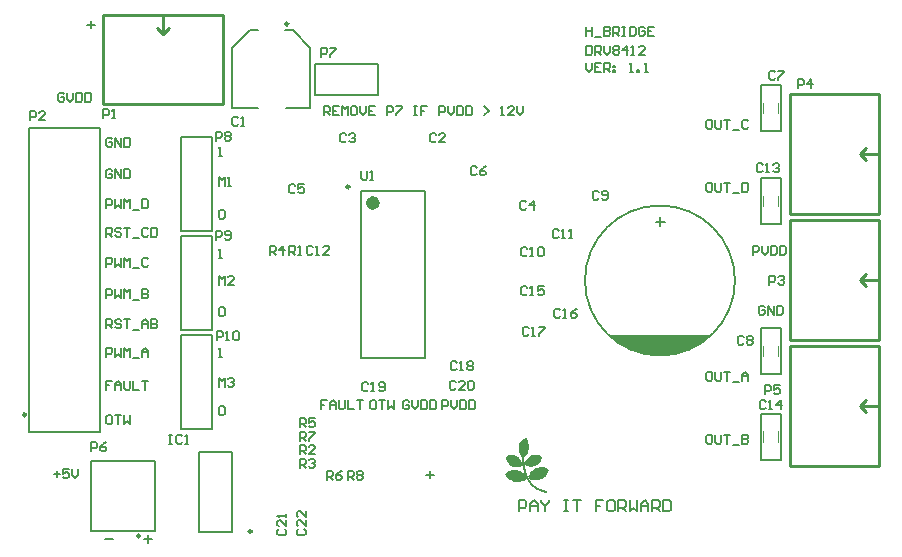
<source format=gto>
G04*
G04 #@! TF.GenerationSoftware,Altium Limited,Altium Designer,20.2.7 (254)*
G04*
G04 Layer_Color=65535*
%FSLAX24Y24*%
%MOIN*%
G70*
G04*
G04 #@! TF.SameCoordinates,5986AE49-7A84-4E6F-8F63-06B94A686D52*
G04*
G04*
G04 #@! TF.FilePolarity,Positive*
G04*
G01*
G75*
%ADD10C,0.0070*%
%ADD11C,0.0098*%
%ADD12C,0.0236*%
%ADD13R,0.0100X0.0100*%
%ADD14C,0.0079*%
%ADD15C,0.0050*%
%ADD16C,0.0040*%
%ADD17C,0.0100*%
%ADD18C,0.0079*%
G36*
X42606Y25865D02*
X42146Y25665D01*
X41786Y25595D01*
X41446Y25575D01*
X41156Y25585D01*
X40546Y25735D01*
X40206Y25895D01*
X39936Y26065D01*
X39956Y26075D01*
X39696Y26265D01*
X43186D01*
X42606Y25865D01*
D02*
G37*
G36*
X36530Y22272D02*
X36531Y22273D01*
X36531Y22273D01*
X36531Y22274D01*
X36533Y22274D01*
X36535Y22274D01*
X36589Y22265D01*
X36589Y22264D01*
X36590Y22264D01*
X36672Y22233D01*
X36673Y22232D01*
X36673Y22232D01*
X36718Y22204D01*
X36718Y22204D01*
X36718Y22204D01*
X36753Y22175D01*
X36753Y22174D01*
X36754Y22174D01*
X36811Y22085D01*
X36811Y22084D01*
X36811Y22084D01*
X36856Y21983D01*
X36856Y21982D01*
X36856Y21981D01*
Y21914D01*
X36856Y21914D01*
X36856Y21913D01*
X36855Y21912D01*
X36855Y21911D01*
X36854Y21910D01*
X36853Y21910D01*
X36819Y21891D01*
X36818Y21891D01*
X36818Y21890D01*
X36780Y21874D01*
X36779Y21874D01*
X36779Y21874D01*
X36734Y21868D01*
X36734Y21868D01*
X36734Y21868D01*
X36680Y21861D01*
X36680Y21861D01*
X36680Y21861D01*
X36572D01*
X36571Y21862D01*
X36570Y21862D01*
X36532Y21874D01*
X36532Y21874D01*
X36531Y21875D01*
X36471Y21906D01*
X36471Y21907D01*
X36470Y21907D01*
X36401Y21974D01*
X36400Y21974D01*
X36400Y21975D01*
X36374Y22016D01*
X36374Y22016D01*
X36374Y22016D01*
X36355Y22048D01*
X36355Y22048D01*
X36355Y22048D01*
X36320Y22131D01*
X36320Y22131D01*
X36320Y22131D01*
X36301Y22185D01*
X36301Y22186D01*
X36301Y22187D01*
X36301Y22188D01*
X36301Y22189D01*
X36302Y22190D01*
X36303Y22191D01*
X36360Y22235D01*
X36361Y22236D01*
X36361Y22236D01*
X36409Y22252D01*
X36409Y22252D01*
X36409Y22252D01*
X36460Y22268D01*
X36460Y22268D01*
X36461Y22268D01*
X36508Y22274D01*
X36509Y22274D01*
X36509Y22274D01*
X36530Y22272D01*
D02*
G37*
G36*
X37361Y22268D02*
X37362Y22268D01*
X37425Y22252D01*
X37426Y22252D01*
X37426Y22252D01*
X37474Y22230D01*
X37474Y22230D01*
X37474Y22230D01*
X37495Y22219D01*
X37527Y22203D01*
X37528Y22202D01*
X37529Y22201D01*
X37529Y22200D01*
X37529Y22200D01*
X37529Y22199D01*
X37530Y22199D01*
X37530Y22198D01*
X37530Y22198D01*
X37530Y22196D01*
X37531Y22195D01*
X37518Y22147D01*
X37518Y22147D01*
Y22147D01*
X37495Y22093D01*
X37495Y22092D01*
X37495Y22092D01*
X37467Y22047D01*
X37466Y22047D01*
X37466Y22047D01*
X37422Y21990D01*
X37421Y21990D01*
X37421Y21989D01*
X37364Y21939D01*
X37364Y21938D01*
X37363Y21938D01*
X37287Y21900D01*
X37287Y21900D01*
X37287Y21900D01*
X37236Y21881D01*
X37235Y21881D01*
X37234Y21880D01*
X37141Y21873D01*
X37141Y21873D01*
X37141Y21873D01*
X37103D01*
X37102Y21873D01*
X37102Y21873D01*
X37055Y21883D01*
X37055Y21883D01*
X37054Y21883D01*
X37013Y21892D01*
X37013Y21892D01*
X37013Y21892D01*
X36960Y21908D01*
X36938Y21911D01*
X36937Y21912D01*
X36935Y21912D01*
X36920Y21921D01*
X36920Y21922D01*
X36919Y21922D01*
X36918Y21923D01*
X36917Y21925D01*
X36917Y21925D01*
X36917Y21925D01*
X36911Y21982D01*
X36911Y21983D01*
X36911Y21983D01*
X36911Y21984D01*
X36912Y21986D01*
X36931Y22017D01*
X36931Y22018D01*
X36931Y22018D01*
X36953Y22049D01*
X36969Y22075D01*
X36969Y22075D01*
X36969Y22075D01*
X36988Y22097D01*
X37004Y22119D01*
X37004Y22120D01*
X37005Y22120D01*
X37023Y22135D01*
X37035Y22151D01*
X37036Y22151D01*
X37036Y22152D01*
X37065Y22174D01*
X37065Y22174D01*
X37065Y22174D01*
X37126Y22213D01*
X37127Y22213D01*
X37127Y22213D01*
X37184Y22242D01*
X37184Y22242D01*
X37185Y22243D01*
X37239Y22258D01*
X37239Y22258D01*
X37239Y22258D01*
X37299Y22268D01*
X37300Y22268D01*
X37300Y22268D01*
X37361D01*
X37361Y22268D01*
D02*
G37*
G36*
X36978Y22866D02*
X36979Y22866D01*
X36980Y22865D01*
X36982Y22864D01*
D01*
X36982Y22864D01*
X36982Y22864D01*
X37004Y22826D01*
X37004Y22825D01*
X37005Y22825D01*
X37017Y22797D01*
X37039Y22753D01*
X37039Y22752D01*
X37039Y22752D01*
X37058Y22695D01*
Y22695D01*
D01*
X37058Y22695D01*
X37059Y22695D01*
X37081Y22606D01*
X37081Y22606D01*
X37081Y22605D01*
Y22513D01*
X37081Y22512D01*
X37081Y22512D01*
X37075Y22446D01*
X37075Y22446D01*
X37075Y22445D01*
X37075Y22445D01*
X37056Y22372D01*
D01*
X37055Y22372D01*
X37055Y22371D01*
X37033Y22320D01*
X37032Y22320D01*
X37032Y22319D01*
X37015Y22298D01*
X37000Y22281D01*
X37000Y22281D01*
X37000Y22281D01*
X36883Y22142D01*
X36883Y22142D01*
X36883Y22142D01*
X36883Y22141D01*
X36883Y22141D01*
X36881Y22141D01*
X36880Y22140D01*
X36880Y22140D01*
X36879Y22140D01*
X36879Y22140D01*
X36879Y22140D01*
X36878Y22141D01*
X36876Y22141D01*
X36876Y22141D01*
X36876Y22142D01*
X36875Y22142D01*
X36875Y22142D01*
X36847Y22173D01*
X36846Y22174D01*
X36846Y22174D01*
X36818Y22222D01*
X36818Y22222D01*
X36818Y22222D01*
X36786Y22282D01*
X36786Y22282D01*
X36786Y22283D01*
X36757Y22349D01*
X36757Y22350D01*
X36757Y22350D01*
X36738Y22435D01*
X36738Y22436D01*
X36738Y22437D01*
D01*
X36741Y22523D01*
X36741Y22523D01*
X36741Y22524D01*
X36763Y22609D01*
X36763Y22609D01*
X36763Y22610D01*
X36789Y22676D01*
X36789Y22677D01*
X36789Y22677D01*
X36824Y22728D01*
X36824Y22728D01*
X36825Y22729D01*
X36866Y22776D01*
X36866Y22776D01*
X36866Y22777D01*
X36898Y22802D01*
X36933Y22833D01*
D01*
X36933Y22833D01*
X36933Y22834D01*
X36974Y22865D01*
D01*
X36974Y22865D01*
X36975Y22866D01*
D01*
X36976Y22866D01*
X36978Y22866D01*
X36978Y22866D01*
D02*
G37*
G36*
X37512Y21852D02*
X37512Y21852D01*
X37578Y21849D01*
X37581D01*
X37582Y21849D01*
X37583Y21849D01*
X37634Y21833D01*
X37634Y21833D01*
X37634Y21833D01*
X37681Y21814D01*
X37682Y21813D01*
X37683Y21813D01*
X37733Y21772D01*
X37734Y21771D01*
X37735Y21770D01*
X37735Y21769D01*
X37735Y21768D01*
X37735Y21767D01*
X37735Y21766D01*
X37716Y21700D01*
X37716Y21699D01*
X37716Y21699D01*
X37697Y21658D01*
X37697Y21658D01*
X37697Y21657D01*
X37671Y21613D01*
X37671Y21613D01*
X37671Y21613D01*
X37646Y21575D01*
X37646Y21575D01*
X37646Y21574D01*
X37617Y21539D01*
X37617Y21539D01*
X37617Y21539D01*
X37588Y21513D01*
X37588Y21513D01*
X37587Y21513D01*
X37524Y21469D01*
X37524Y21469D01*
X37524Y21468D01*
X37479Y21443D01*
X37479Y21443D01*
X37478Y21443D01*
X37415Y21421D01*
X37415Y21421D01*
X37414Y21420D01*
X37364Y21411D01*
X37363Y21411D01*
X37363Y21411D01*
X37296D01*
X37296Y21411D01*
X37296Y21411D01*
X37153Y21430D01*
X37152Y21430D01*
X37151Y21430D01*
X37075Y21465D01*
X37074Y21466D01*
X37073Y21467D01*
X37073Y21468D01*
X37073Y21468D01*
X37073Y21470D01*
X37072Y21471D01*
X37075Y21488D01*
X37041Y21550D01*
X37041Y21551D01*
X37041Y21551D01*
X37041Y21552D01*
X37041Y21552D01*
X37041Y21553D01*
X37041Y21554D01*
X37041Y21555D01*
X37042Y21556D01*
X37099Y21635D01*
X37099Y21635D01*
X37099Y21635D01*
X37159Y21708D01*
X37160Y21708D01*
X37160Y21708D01*
X37191Y21737D01*
X37192Y21737D01*
X37192Y21737D01*
X37224Y21759D01*
X37224Y21759D01*
X37224Y21760D01*
X37259Y21779D01*
X37316Y21813D01*
X37316Y21813D01*
X37316Y21814D01*
X37383Y21839D01*
X37384Y21839D01*
X37384Y21839D01*
X37450Y21852D01*
X37451Y21852D01*
X37451Y21852D01*
X37512D01*
X37512Y21852D01*
D02*
G37*
G36*
X36647Y21754D02*
X36648Y21754D01*
X36648Y21754D01*
X36708Y21744D01*
X36709Y21744D01*
X36709Y21744D01*
X36747Y21731D01*
X36747Y21731D01*
X36747Y21731D01*
X36801Y21709D01*
X36801Y21709D01*
X36801Y21709D01*
X36849Y21687D01*
X36849Y21687D01*
X36849Y21687D01*
X36882Y21667D01*
X36882Y21667D01*
X36884Y21668D01*
X36884Y21668D01*
X36884Y21668D01*
X36886Y21668D01*
X36888Y21668D01*
X36941Y21633D01*
X36942Y21631D01*
X36944Y21630D01*
X36944Y21630D01*
X36944Y21629D01*
X36943Y21628D01*
X36943Y21626D01*
X36943Y21626D01*
X36943Y21625D01*
X36941Y21624D01*
X36940Y21623D01*
X36940Y21623D01*
X36939Y21623D01*
X36938Y21623D01*
X36936Y21624D01*
X36936Y21624D01*
X36955Y21600D01*
X36955Y21600D01*
X36955Y21600D01*
X36956Y21598D01*
X36956Y21596D01*
X36956Y21596D01*
X36956Y21596D01*
X36954Y21580D01*
X36980Y21553D01*
X36981Y21552D01*
X36981Y21551D01*
X37019Y21459D01*
X37019Y21458D01*
X37020Y21457D01*
X37019Y21457D01*
X37019Y21456D01*
X37019Y21455D01*
Y21455D01*
X37019Y21455D01*
X37018Y21454D01*
X37017Y21453D01*
X37017Y21452D01*
X36915Y21402D01*
X36915Y21402D01*
X36915Y21402D01*
X36851Y21379D01*
X36851Y21379D01*
X36851Y21379D01*
X36788Y21360D01*
X36787Y21360D01*
X36787Y21360D01*
X36724Y21354D01*
X36723Y21354D01*
X36723Y21354D01*
X36634Y21357D01*
X36634Y21357D01*
X36633Y21357D01*
X36586Y21366D01*
X36586Y21367D01*
X36585Y21367D01*
X36537Y21386D01*
X36537Y21386D01*
X36537Y21386D01*
X36486Y21408D01*
X36486Y21408D01*
X36486Y21408D01*
X36432Y21440D01*
X36432Y21441D01*
X36431Y21441D01*
X36419Y21453D01*
X36409Y21455D01*
X36407Y21456D01*
X36405Y21457D01*
X36377Y21492D01*
X36352Y21520D01*
X36352Y21520D01*
X36351Y21520D01*
X36326Y21552D01*
X36326Y21552D01*
X36326Y21553D01*
X36310Y21581D01*
X36310Y21582D01*
X36310Y21582D01*
X36294Y21616D01*
X36294Y21618D01*
X36293Y21619D01*
X36294Y21620D01*
X36294Y21621D01*
X36294Y21621D01*
X36295Y21623D01*
X36355Y21680D01*
X36356Y21680D01*
X36356Y21680D01*
X36397Y21712D01*
X36397Y21712D01*
X36398Y21712D01*
X36430Y21725D01*
X36452Y21735D01*
X36452Y21735D01*
X36452Y21735D01*
X36490Y21747D01*
X36491Y21747D01*
X36491Y21748D01*
X36529Y21754D01*
X36529Y21754D01*
X36530Y21754D01*
X36574Y21757D01*
X36574Y21757D01*
X36575Y21757D01*
X36647Y21754D01*
D02*
G37*
D10*
X43946Y28075D02*
G03*
X43946Y28075I-2500J0D01*
G01*
X41306Y30025D02*
X41616D01*
X41456Y29885D02*
Y30175D01*
X36746Y20375D02*
Y20750D01*
X36933D01*
X36996Y20687D01*
Y20562D01*
X36933Y20500D01*
X36746D01*
X37121Y20375D02*
Y20625D01*
X37246Y20750D01*
X37370Y20625D01*
Y20375D01*
Y20562D01*
X37121D01*
X37495Y20750D02*
Y20687D01*
X37620Y20562D01*
X37745Y20687D01*
Y20750D01*
X37620Y20562D02*
Y20375D01*
X38245Y20750D02*
X38370D01*
X38308D01*
Y20375D01*
X38245D01*
X38370D01*
X38558Y20750D02*
X38807D01*
X38683D01*
Y20375D01*
X39557Y20750D02*
X39307D01*
Y20562D01*
X39432D01*
X39307D01*
Y20375D01*
X39870Y20750D02*
X39745D01*
X39682Y20687D01*
Y20437D01*
X39745Y20375D01*
X39870D01*
X39932Y20437D01*
Y20687D01*
X39870Y20750D01*
X40057Y20375D02*
Y20750D01*
X40245D01*
X40307Y20687D01*
Y20562D01*
X40245Y20500D01*
X40057D01*
X40182D02*
X40307Y20375D01*
X40432Y20750D02*
Y20375D01*
X40557Y20500D01*
X40682Y20375D01*
Y20750D01*
X40807Y20375D02*
Y20625D01*
X40932Y20750D01*
X41057Y20625D01*
Y20375D01*
Y20562D01*
X40807D01*
X41182Y20375D02*
Y20750D01*
X41369D01*
X41432Y20687D01*
Y20562D01*
X41369Y20500D01*
X41182D01*
X41307D02*
X41432Y20375D01*
X41557Y20750D02*
Y20375D01*
X41744D01*
X41807Y20437D01*
Y20687D01*
X41744Y20750D01*
X41557D01*
D11*
X29057Y36631D02*
G03*
X29057Y36631I-49J0D01*
G01*
X31099Y31195D02*
G03*
X31099Y31195I-49J0D01*
G01*
X20311Y23600D02*
G03*
X20311Y23600I-49J0D01*
G01*
X27837Y19706D02*
G03*
X27837Y19706I-49J0D01*
G01*
X24113Y19562D02*
G03*
X24113Y19562I-49J0D01*
G01*
D12*
X31995Y30657D02*
G03*
X31995Y30657I-118J0D01*
G01*
D13*
X37646Y21025D02*
D03*
D14*
X25470Y23141D02*
X26530D01*
Y26259D01*
X25470D02*
X26530D01*
X25470Y23141D02*
Y26259D01*
Y26441D02*
X26530D01*
Y29559D01*
X25470D02*
X26530D01*
X25470Y26441D02*
Y29559D01*
Y29741D02*
X26530D01*
Y32859D01*
X25470D02*
X26530D01*
X25470Y29741D02*
Y32859D01*
X32055Y34245D02*
Y35305D01*
X29937D02*
X32055D01*
X29937Y34245D02*
Y35305D01*
Y34245D02*
X32055D01*
X27196Y35834D02*
X27787Y36424D01*
X29204D02*
X29795Y35834D01*
X28988Y33826D02*
X29795D01*
X27196D02*
X28043D01*
X29795D02*
Y35834D01*
X27196Y33826D02*
Y35834D01*
X28948Y36424D02*
X29204D01*
X27787D02*
X28043D01*
X31483Y25499D02*
X33609D01*
X31483Y31051D02*
X33609D01*
Y25499D02*
Y31051D01*
X31483Y25499D02*
Y31051D01*
X20429Y23033D02*
Y33167D01*
Y23033D02*
X22771D01*
Y33167D01*
X20429D02*
X22771D01*
X27197Y19706D02*
Y22344D01*
X26094Y19706D02*
Y22344D01*
Y19706D02*
X27197D01*
X26094Y22344D02*
X27197D01*
X22497Y19729D02*
Y22071D01*
X24630D01*
Y19729D02*
Y22071D01*
X22497Y19729D02*
X24630D01*
D15*
X44816Y29955D02*
X45486D01*
X44816D02*
Y31485D01*
X45486D01*
Y29955D02*
Y31485D01*
X44816Y33055D02*
X45486D01*
X44816D02*
Y34585D01*
X45486D01*
Y33055D02*
Y34585D01*
X44816Y24955D02*
X45486D01*
X44816D02*
Y26485D01*
X45486D01*
Y24955D02*
Y26485D01*
X44816Y22105D02*
X45486D01*
X44816D02*
Y23635D01*
X45486D01*
Y22105D02*
Y23635D01*
X23146Y23575D02*
X23046D01*
X22996Y23525D01*
Y23325D01*
X23046Y23275D01*
X23146D01*
X23196Y23325D01*
Y23525D01*
X23146Y23575D01*
X23296D02*
X23496D01*
X23396D01*
Y23275D01*
X23595Y23575D02*
Y23275D01*
X23695Y23375D01*
X23795Y23275D01*
Y23575D01*
X21246Y21625D02*
X21446D01*
X21346Y21725D02*
Y21525D01*
X21746Y21775D02*
X21546D01*
Y21625D01*
X21646Y21675D01*
X21696D01*
X21746Y21625D01*
Y21525D01*
X21696Y21475D01*
X21596D01*
X21546Y21525D01*
X21845Y21775D02*
Y21575D01*
X21945Y21475D01*
X22045Y21575D01*
Y21775D01*
X43146Y33425D02*
X43046D01*
X42996Y33375D01*
Y33175D01*
X43046Y33125D01*
X43146D01*
X43196Y33175D01*
Y33375D01*
X43146Y33425D01*
X43296D02*
Y33175D01*
X43346Y33125D01*
X43446D01*
X43496Y33175D01*
Y33425D01*
X43595D02*
X43795D01*
X43695D01*
Y33125D01*
X43895Y33075D02*
X44095D01*
X44395Y33375D02*
X44345Y33425D01*
X44245D01*
X44195Y33375D01*
Y33175D01*
X44245Y33125D01*
X44345D01*
X44395Y33175D01*
X43146Y31325D02*
X43046D01*
X42996Y31275D01*
Y31075D01*
X43046Y31025D01*
X43146D01*
X43196Y31075D01*
Y31275D01*
X43146Y31325D01*
X43296D02*
Y31075D01*
X43346Y31025D01*
X43446D01*
X43496Y31075D01*
Y31325D01*
X43595D02*
X43795D01*
X43695D01*
Y31025D01*
X43895Y30975D02*
X44095D01*
X44195Y31325D02*
Y31025D01*
X44345D01*
X44395Y31075D01*
Y31275D01*
X44345Y31325D01*
X44195D01*
X43146Y22925D02*
X43046D01*
X42996Y22875D01*
Y22675D01*
X43046Y22625D01*
X43146D01*
X43196Y22675D01*
Y22875D01*
X43146Y22925D01*
X43296D02*
Y22675D01*
X43346Y22625D01*
X43446D01*
X43496Y22675D01*
Y22925D01*
X43595D02*
X43795D01*
X43695D01*
Y22625D01*
X43895Y22575D02*
X44095D01*
X44195Y22925D02*
Y22625D01*
X44345D01*
X44395Y22675D01*
Y22725D01*
X44345Y22775D01*
X44195D01*
X44345D01*
X44395Y22825D01*
Y22875D01*
X44345Y22925D01*
X44195D01*
X43146Y25025D02*
X43046D01*
X42996Y24975D01*
Y24775D01*
X43046Y24725D01*
X43146D01*
X43196Y24775D01*
Y24975D01*
X43146Y25025D01*
X43296D02*
Y24775D01*
X43346Y24725D01*
X43446D01*
X43496Y24775D01*
Y25025D01*
X43595D02*
X43795D01*
X43695D01*
Y24725D01*
X43895Y24675D02*
X44095D01*
X44195Y24725D02*
Y24925D01*
X44295Y25025D01*
X44395Y24925D01*
Y24725D01*
Y24875D01*
X44195D01*
X44946Y27175D02*
X44896Y27225D01*
X44796D01*
X44746Y27175D01*
Y26975D01*
X44796Y26925D01*
X44896D01*
X44946Y26975D01*
Y27075D01*
X44846D01*
X45046Y26925D02*
Y27225D01*
X45246Y26925D01*
Y27225D01*
X45345D02*
Y26925D01*
X45495D01*
X45545Y26975D01*
Y27175D01*
X45495Y27225D01*
X45345D01*
X44546Y28925D02*
Y29225D01*
X44696D01*
X44746Y29175D01*
Y29075D01*
X44696Y29025D01*
X44546D01*
X44846Y29225D02*
Y29025D01*
X44946Y28925D01*
X45046Y29025D01*
Y29225D01*
X45145D02*
Y28925D01*
X45295D01*
X45345Y28975D01*
Y29175D01*
X45295Y29225D01*
X45145D01*
X45445D02*
Y28925D01*
X45595D01*
X45645Y28975D01*
Y29175D01*
X45595Y29225D01*
X45445D01*
X34196Y23775D02*
Y24075D01*
X34346D01*
X34396Y24025D01*
Y23925D01*
X34346Y23875D01*
X34196D01*
X34496Y24075D02*
Y23875D01*
X34596Y23775D01*
X34696Y23875D01*
Y24075D01*
X34795D02*
Y23775D01*
X34945D01*
X34995Y23825D01*
Y24025D01*
X34945Y24075D01*
X34795D01*
X35095D02*
Y23775D01*
X35245D01*
X35295Y23825D01*
Y24025D01*
X35245Y24075D01*
X35095D01*
X33096Y24025D02*
X33046Y24075D01*
X32946D01*
X32896Y24025D01*
Y23825D01*
X32946Y23775D01*
X33046D01*
X33096Y23825D01*
Y23925D01*
X32996D01*
X33196Y24075D02*
Y23875D01*
X33296Y23775D01*
X33396Y23875D01*
Y24075D01*
X33495D02*
Y23775D01*
X33645D01*
X33695Y23825D01*
Y24025D01*
X33645Y24075D01*
X33495D01*
X33795D02*
Y23775D01*
X33945D01*
X33995Y23825D01*
Y24025D01*
X33945Y24075D01*
X33795D01*
X31946D02*
X31846D01*
X31796Y24025D01*
Y23825D01*
X31846Y23775D01*
X31946D01*
X31996Y23825D01*
Y24025D01*
X31946Y24075D01*
X32096D02*
X32296D01*
X32196D01*
Y23775D01*
X32395Y24075D02*
Y23775D01*
X32495Y23875D01*
X32595Y23775D01*
Y24075D01*
X30346D02*
X30146D01*
Y23925D01*
X30246D01*
X30146D01*
Y23775D01*
X30446D02*
Y23975D01*
X30546Y24075D01*
X30646Y23975D01*
Y23775D01*
Y23925D01*
X30446D01*
X30745Y24075D02*
Y23825D01*
X30795Y23775D01*
X30895D01*
X30945Y23825D01*
Y24075D01*
X31045D02*
Y23775D01*
X31245D01*
X31345Y24075D02*
X31545D01*
X31445D01*
Y23775D01*
X21596Y34275D02*
X21546Y34325D01*
X21446D01*
X21396Y34275D01*
Y34075D01*
X21446Y34025D01*
X21546D01*
X21596Y34075D01*
Y34175D01*
X21496D01*
X21696Y34325D02*
Y34125D01*
X21796Y34025D01*
X21896Y34125D01*
Y34325D01*
X21995D02*
Y34025D01*
X22145D01*
X22195Y34075D01*
Y34275D01*
X22145Y34325D01*
X21995D01*
X22295D02*
Y34025D01*
X22445D01*
X22495Y34075D01*
Y34275D01*
X22445Y34325D01*
X22295D01*
X38996Y36525D02*
Y36225D01*
Y36375D01*
X39196D01*
Y36525D01*
Y36225D01*
X39296Y36175D02*
X39496D01*
X39595Y36525D02*
Y36225D01*
X39745D01*
X39795Y36275D01*
Y36325D01*
X39745Y36375D01*
X39595D01*
X39745D01*
X39795Y36425D01*
Y36475D01*
X39745Y36525D01*
X39595D01*
X39895Y36225D02*
Y36525D01*
X40045D01*
X40095Y36475D01*
Y36375D01*
X40045Y36325D01*
X39895D01*
X39995D02*
X40095Y36225D01*
X40195Y36525D02*
X40295D01*
X40245D01*
Y36225D01*
X40195D01*
X40295D01*
X40445Y36525D02*
Y36225D01*
X40595D01*
X40645Y36275D01*
Y36475D01*
X40595Y36525D01*
X40445D01*
X40945Y36475D02*
X40895Y36525D01*
X40795D01*
X40745Y36475D01*
Y36275D01*
X40795Y36225D01*
X40895D01*
X40945Y36275D01*
Y36375D01*
X40845D01*
X41245Y36525D02*
X41045D01*
Y36225D01*
X41245D01*
X41045Y36375D02*
X41145D01*
X38996Y35900D02*
Y35600D01*
X39146D01*
X39196Y35650D01*
Y35850D01*
X39146Y35900D01*
X38996D01*
X39296Y35600D02*
Y35900D01*
X39446D01*
X39496Y35850D01*
Y35750D01*
X39446Y35700D01*
X39296D01*
X39396D02*
X39496Y35600D01*
X39595Y35900D02*
Y35700D01*
X39695Y35600D01*
X39795Y35700D01*
Y35900D01*
X39895Y35850D02*
X39945Y35900D01*
X40045D01*
X40095Y35850D01*
Y35800D01*
X40045Y35750D01*
X40095Y35700D01*
Y35650D01*
X40045Y35600D01*
X39945D01*
X39895Y35650D01*
Y35700D01*
X39945Y35750D01*
X39895Y35800D01*
Y35850D01*
X39945Y35750D02*
X40045D01*
X40345Y35600D02*
Y35900D01*
X40195Y35750D01*
X40395D01*
X40495Y35600D02*
X40595D01*
X40545D01*
Y35900D01*
X40495Y35850D01*
X40945Y35600D02*
X40745D01*
X40945Y35800D01*
Y35850D01*
X40895Y35900D01*
X40795D01*
X40745Y35850D01*
X38996Y35325D02*
Y35125D01*
X39096Y35025D01*
X39196Y35125D01*
Y35325D01*
X39496D02*
X39296D01*
Y35025D01*
X39496D01*
X39296Y35175D02*
X39396D01*
X39595Y35025D02*
Y35325D01*
X39745D01*
X39795Y35275D01*
Y35175D01*
X39745Y35125D01*
X39595D01*
X39695D02*
X39795Y35025D01*
X39895Y35225D02*
X39945D01*
Y35175D01*
X39895D01*
Y35225D01*
Y35075D02*
X39945D01*
Y35025D01*
X39895D01*
Y35075D01*
X40445Y35025D02*
X40545D01*
X40495D01*
Y35325D01*
X40445Y35275D01*
X40695Y35025D02*
Y35075D01*
X40745D01*
Y35025D01*
X40695D01*
X40945D02*
X41045D01*
X40995D01*
Y35325D01*
X40945Y35275D01*
X30246Y33575D02*
Y33875D01*
X30396D01*
X30446Y33825D01*
Y33725D01*
X30396Y33675D01*
X30246D01*
X30346D02*
X30446Y33575D01*
X30746Y33875D02*
X30546D01*
Y33575D01*
X30746D01*
X30546Y33725D02*
X30646D01*
X30845Y33575D02*
Y33875D01*
X30945Y33775D01*
X31045Y33875D01*
Y33575D01*
X31295Y33875D02*
X31195D01*
X31145Y33825D01*
Y33625D01*
X31195Y33575D01*
X31295D01*
X31345Y33625D01*
Y33825D01*
X31295Y33875D01*
X31445D02*
Y33675D01*
X31545Y33575D01*
X31645Y33675D01*
Y33875D01*
X31945D02*
X31745D01*
Y33575D01*
X31945D01*
X31745Y33725D02*
X31845D01*
X32345Y33575D02*
Y33875D01*
X32495D01*
X32545Y33825D01*
Y33725D01*
X32495Y33675D01*
X32345D01*
X32645Y33875D02*
X32845D01*
Y33825D01*
X32645Y33625D01*
Y33575D01*
X33245Y33875D02*
X33345D01*
X33295D01*
Y33575D01*
X33245D01*
X33345D01*
X33695Y33875D02*
X33495D01*
Y33725D01*
X33595D01*
X33495D01*
Y33575D01*
X34094D02*
Y33875D01*
X34244D01*
X34294Y33825D01*
Y33725D01*
X34244Y33675D01*
X34094D01*
X34394Y33875D02*
Y33675D01*
X34494Y33575D01*
X34594Y33675D01*
Y33875D01*
X34694D02*
Y33575D01*
X34844D01*
X34894Y33625D01*
Y33825D01*
X34844Y33875D01*
X34694D01*
X34994D02*
Y33575D01*
X35144D01*
X35194Y33625D01*
Y33825D01*
X35144Y33875D01*
X34994D01*
X35594Y33575D02*
X35744Y33725D01*
X35594Y33875D01*
X36144Y33575D02*
X36244D01*
X36194D01*
Y33875D01*
X36144Y33825D01*
X36594Y33575D02*
X36394D01*
X36594Y33775D01*
Y33825D01*
X36544Y33875D01*
X36444D01*
X36394Y33825D01*
X36694Y33875D02*
Y33675D01*
X36794Y33575D01*
X36894Y33675D01*
Y33875D01*
X23196Y24725D02*
X22996D01*
Y24575D01*
X23096D01*
X22996D01*
Y24425D01*
X23296D02*
Y24625D01*
X23396Y24725D01*
X23496Y24625D01*
Y24425D01*
Y24575D01*
X23296D01*
X23595Y24725D02*
Y24475D01*
X23645Y24425D01*
X23745D01*
X23795Y24475D01*
Y24725D01*
X23895D02*
Y24425D01*
X24095D01*
X24195Y24725D02*
X24395D01*
X24295D01*
Y24425D01*
X22996Y25525D02*
Y25825D01*
X23146D01*
X23196Y25775D01*
Y25675D01*
X23146Y25625D01*
X22996D01*
X23296Y25825D02*
Y25525D01*
X23396Y25625D01*
X23496Y25525D01*
Y25825D01*
X23595Y25525D02*
Y25825D01*
X23695Y25725D01*
X23795Y25825D01*
Y25525D01*
X23895Y25475D02*
X24095D01*
X24195Y25525D02*
Y25725D01*
X24295Y25825D01*
X24395Y25725D01*
Y25525D01*
Y25675D01*
X24195D01*
X22996Y26475D02*
Y26775D01*
X23146D01*
X23196Y26725D01*
Y26625D01*
X23146Y26575D01*
X22996D01*
X23096D02*
X23196Y26475D01*
X23496Y26725D02*
X23446Y26775D01*
X23346D01*
X23296Y26725D01*
Y26675D01*
X23346Y26625D01*
X23446D01*
X23496Y26575D01*
Y26525D01*
X23446Y26475D01*
X23346D01*
X23296Y26525D01*
X23595Y26775D02*
X23795D01*
X23695D01*
Y26475D01*
X23895Y26425D02*
X24095D01*
X24195Y26475D02*
Y26675D01*
X24295Y26775D01*
X24395Y26675D01*
Y26475D01*
Y26625D01*
X24195D01*
X24495Y26775D02*
Y26475D01*
X24645D01*
X24695Y26525D01*
Y26575D01*
X24645Y26625D01*
X24495D01*
X24645D01*
X24695Y26675D01*
Y26725D01*
X24645Y26775D01*
X24495D01*
X22996Y27475D02*
Y27775D01*
X23146D01*
X23196Y27725D01*
Y27625D01*
X23146Y27575D01*
X22996D01*
X23296Y27775D02*
Y27475D01*
X23396Y27575D01*
X23496Y27475D01*
Y27775D01*
X23595Y27475D02*
Y27775D01*
X23695Y27675D01*
X23795Y27775D01*
Y27475D01*
X23895Y27425D02*
X24095D01*
X24195Y27775D02*
Y27475D01*
X24345D01*
X24395Y27525D01*
Y27575D01*
X24345Y27625D01*
X24195D01*
X24345D01*
X24395Y27675D01*
Y27725D01*
X24345Y27775D01*
X24195D01*
X22996Y28525D02*
Y28825D01*
X23146D01*
X23196Y28775D01*
Y28675D01*
X23146Y28625D01*
X22996D01*
X23296Y28825D02*
Y28525D01*
X23396Y28625D01*
X23496Y28525D01*
Y28825D01*
X23595Y28525D02*
Y28825D01*
X23695Y28725D01*
X23795Y28825D01*
Y28525D01*
X23895Y28475D02*
X24095D01*
X24395Y28775D02*
X24345Y28825D01*
X24245D01*
X24195Y28775D01*
Y28575D01*
X24245Y28525D01*
X24345D01*
X24395Y28575D01*
X22996Y29525D02*
Y29825D01*
X23146D01*
X23196Y29775D01*
Y29675D01*
X23146Y29625D01*
X22996D01*
X23096D02*
X23196Y29525D01*
X23496Y29775D02*
X23446Y29825D01*
X23346D01*
X23296Y29775D01*
Y29725D01*
X23346Y29675D01*
X23446D01*
X23496Y29625D01*
Y29575D01*
X23446Y29525D01*
X23346D01*
X23296Y29575D01*
X23595Y29825D02*
X23795D01*
X23695D01*
Y29525D01*
X23895Y29475D02*
X24095D01*
X24395Y29775D02*
X24345Y29825D01*
X24245D01*
X24195Y29775D01*
Y29575D01*
X24245Y29525D01*
X24345D01*
X24395Y29575D01*
X24495Y29825D02*
Y29525D01*
X24645D01*
X24695Y29575D01*
Y29775D01*
X24645Y29825D01*
X24495D01*
X22996Y30475D02*
Y30775D01*
X23146D01*
X23196Y30725D01*
Y30625D01*
X23146Y30575D01*
X22996D01*
X23296Y30775D02*
Y30475D01*
X23396Y30575D01*
X23496Y30475D01*
Y30775D01*
X23595Y30475D02*
Y30775D01*
X23695Y30675D01*
X23795Y30775D01*
Y30475D01*
X23895Y30425D02*
X24095D01*
X24195Y30775D02*
Y30475D01*
X24345D01*
X24395Y30525D01*
Y30725D01*
X24345Y30775D01*
X24195D01*
X23196Y31725D02*
X23146Y31775D01*
X23046D01*
X22996Y31725D01*
Y31525D01*
X23046Y31475D01*
X23146D01*
X23196Y31525D01*
Y31625D01*
X23096D01*
X23296Y31475D02*
Y31775D01*
X23496Y31475D01*
Y31775D01*
X23595D02*
Y31475D01*
X23745D01*
X23795Y31525D01*
Y31725D01*
X23745Y31775D01*
X23595D01*
X23196Y32775D02*
X23146Y32825D01*
X23046D01*
X22996Y32775D01*
Y32575D01*
X23046Y32525D01*
X23146D01*
X23196Y32575D01*
Y32675D01*
X23096D01*
X23296Y32525D02*
Y32825D01*
X23496Y32525D01*
Y32825D01*
X23595D02*
Y32525D01*
X23745D01*
X23795Y32575D01*
Y32775D01*
X23745Y32825D01*
X23595D01*
X26746Y30375D02*
X26796Y30425D01*
X26896D01*
X26946Y30375D01*
Y30175D01*
X26896Y30125D01*
X26796D01*
X26746Y30175D01*
Y30375D01*
Y27125D02*
X26796Y27175D01*
X26896D01*
X26946Y27125D01*
Y26925D01*
X26896Y26875D01*
X26796D01*
X26746Y26925D01*
Y27125D01*
Y23825D02*
X26796Y23875D01*
X26896D01*
X26946Y23825D01*
Y23625D01*
X26896Y23575D01*
X26796D01*
X26746Y23625D01*
Y23825D01*
Y25525D02*
X26846D01*
X26796D01*
Y25825D01*
X26746Y25775D01*
Y28825D02*
X26846D01*
X26796D01*
Y29125D01*
X26746Y29075D01*
Y32225D02*
X26846D01*
X26796D01*
Y32525D01*
X26746Y32475D01*
Y24525D02*
Y24825D01*
X26846Y24725D01*
X26946Y24825D01*
Y24525D01*
X27046Y24775D02*
X27096Y24825D01*
X27196D01*
X27246Y24775D01*
Y24725D01*
X27196Y24675D01*
X27146D01*
X27196D01*
X27246Y24625D01*
Y24575D01*
X27196Y24525D01*
X27096D01*
X27046Y24575D01*
X26746Y31225D02*
Y31525D01*
X26846Y31425D01*
X26946Y31525D01*
Y31225D01*
X27046D02*
X27146D01*
X27096D01*
Y31525D01*
X27046Y31475D01*
X26746Y27925D02*
Y28225D01*
X26846Y28125D01*
X26946Y28225D01*
Y27925D01*
X27246D02*
X27046D01*
X27246Y28125D01*
Y28175D01*
X27196Y28225D01*
X27096D01*
X27046Y28175D01*
X26671Y26075D02*
Y26375D01*
X26821D01*
X26871Y26325D01*
Y26225D01*
X26821Y26175D01*
X26671D01*
X26971Y26075D02*
X27071D01*
X27021D01*
Y26375D01*
X26971Y26325D01*
X27221D02*
X27271Y26375D01*
X27371D01*
X27421Y26325D01*
Y26125D01*
X27371Y26075D01*
X27271D01*
X27221Y26125D01*
Y26325D01*
X26646Y29425D02*
Y29725D01*
X26796D01*
X26846Y29675D01*
Y29575D01*
X26796Y29525D01*
X26646D01*
X26946Y29475D02*
X26996Y29425D01*
X27096D01*
X27146Y29475D01*
Y29675D01*
X27096Y29725D01*
X26996D01*
X26946Y29675D01*
Y29625D01*
X26996Y29575D01*
X27146D01*
X26646Y32725D02*
Y33025D01*
X26796D01*
X26846Y32975D01*
Y32875D01*
X26796Y32825D01*
X26646D01*
X26946Y32975D02*
X26996Y33025D01*
X27096D01*
X27146Y32975D01*
Y32925D01*
X27096Y32875D01*
X27146Y32825D01*
Y32775D01*
X27096Y32725D01*
X26996D01*
X26946Y32775D01*
Y32825D01*
X26996Y32875D01*
X26946Y32925D01*
Y32975D01*
X26996Y32875D02*
X27096D01*
X31721Y24625D02*
X31671Y24675D01*
X31571D01*
X31521Y24625D01*
Y24425D01*
X31571Y24375D01*
X31671D01*
X31721Y24425D01*
X31821Y24375D02*
X31921D01*
X31871D01*
Y24675D01*
X31821Y24625D01*
X32071Y24425D02*
X32121Y24375D01*
X32221D01*
X32271Y24425D01*
Y24625D01*
X32221Y24675D01*
X32121D01*
X32071Y24625D01*
Y24575D01*
X32121Y24525D01*
X32271D01*
X34646Y24675D02*
X34596Y24725D01*
X34496D01*
X34446Y24675D01*
Y24475D01*
X34496Y24425D01*
X34596D01*
X34646Y24475D01*
X34946Y24425D02*
X34746D01*
X34946Y24625D01*
Y24675D01*
X34896Y24725D01*
X34796D01*
X34746Y24675D01*
X35046D02*
X35096Y24725D01*
X35196D01*
X35246Y24675D01*
Y24475D01*
X35196Y24425D01*
X35096D01*
X35046Y24475D01*
Y24675D01*
X30150Y35540D02*
Y35840D01*
X30300D01*
X30350Y35790D01*
Y35690D01*
X30300Y35640D01*
X30150D01*
X30450Y35840D02*
X30650D01*
Y35790D01*
X30450Y35590D01*
Y35540D01*
X34671Y25325D02*
X34621Y25375D01*
X34521D01*
X34471Y25325D01*
Y25125D01*
X34521Y25075D01*
X34621D01*
X34671Y25125D01*
X34771Y25075D02*
X34871D01*
X34821D01*
Y25375D01*
X34771Y25325D01*
X35021D02*
X35071Y25375D01*
X35171D01*
X35221Y25325D01*
Y25275D01*
X35171Y25225D01*
X35221Y25175D01*
Y25125D01*
X35171Y25075D01*
X35071D01*
X35021Y25125D01*
Y25175D01*
X35071Y25225D01*
X35021Y25275D01*
Y25325D01*
X35071Y25225D02*
X35171D01*
X22946Y19454D02*
X23203D01*
X33774Y21732D02*
Y21475D01*
X33646Y21604D02*
X33903D01*
X28446Y28925D02*
Y29225D01*
X28596D01*
X28646Y29175D01*
Y29075D01*
X28596Y29025D01*
X28446D01*
X28546D02*
X28646Y28925D01*
X28896D02*
Y29225D01*
X28746Y29075D01*
X28946D01*
X29096Y28925D02*
Y29225D01*
X29246D01*
X29296Y29175D01*
Y29075D01*
X29246Y29025D01*
X29096D01*
X29196D02*
X29296Y28925D01*
X29396D02*
X29496D01*
X29446D01*
Y29225D01*
X29396Y29175D01*
X29446Y22275D02*
Y22575D01*
X29596D01*
X29646Y22525D01*
Y22425D01*
X29596Y22375D01*
X29446D01*
X29546D02*
X29646Y22275D01*
X29946D02*
X29746D01*
X29946Y22475D01*
Y22525D01*
X29896Y22575D01*
X29796D01*
X29746Y22525D01*
X29446Y21825D02*
Y22125D01*
X29596D01*
X29646Y22075D01*
Y21975D01*
X29596Y21925D01*
X29446D01*
X29546D02*
X29646Y21825D01*
X29746Y22075D02*
X29796Y22125D01*
X29896D01*
X29946Y22075D01*
Y22025D01*
X29896Y21975D01*
X29846D01*
X29896D01*
X29946Y21925D01*
Y21875D01*
X29896Y21825D01*
X29796D01*
X29746Y21875D01*
X38121Y27075D02*
X38071Y27125D01*
X37971D01*
X37921Y27075D01*
Y26875D01*
X37971Y26825D01*
X38071D01*
X38121Y26875D01*
X38221Y26825D02*
X38321D01*
X38271D01*
Y27125D01*
X38221Y27075D01*
X38671Y27125D02*
X38571Y27075D01*
X38471Y26975D01*
Y26875D01*
X38521Y26825D01*
X38621D01*
X38671Y26875D01*
Y26925D01*
X38621Y26975D01*
X38471D01*
X37021Y27825D02*
X36971Y27875D01*
X36871D01*
X36821Y27825D01*
Y27625D01*
X36871Y27575D01*
X36971D01*
X37021Y27625D01*
X37121Y27575D02*
X37221D01*
X37171D01*
Y27875D01*
X37121Y27825D01*
X37571Y27875D02*
X37371D01*
Y27725D01*
X37471Y27775D01*
X37521D01*
X37571Y27725D01*
Y27625D01*
X37521Y27575D01*
X37421D01*
X37371Y27625D01*
X44871Y31925D02*
X44821Y31975D01*
X44721D01*
X44671Y31925D01*
Y31725D01*
X44721Y31675D01*
X44821D01*
X44871Y31725D01*
X44971Y31675D02*
X45071D01*
X45021D01*
Y31975D01*
X44971Y31925D01*
X45221D02*
X45271Y31975D01*
X45371D01*
X45421Y31925D01*
Y31875D01*
X45371Y31825D01*
X45321D01*
X45371D01*
X45421Y31775D01*
Y31725D01*
X45371Y31675D01*
X45271D01*
X45221Y31725D01*
X29871Y29175D02*
X29821Y29225D01*
X29721D01*
X29671Y29175D01*
Y28975D01*
X29721Y28925D01*
X29821D01*
X29871Y28975D01*
X29971Y28925D02*
X30071D01*
X30021D01*
Y29225D01*
X29971Y29175D01*
X30421Y28925D02*
X30221D01*
X30421Y29125D01*
Y29175D01*
X30371Y29225D01*
X30271D01*
X30221Y29175D01*
X46040Y34480D02*
Y34780D01*
X46190D01*
X46240Y34730D01*
Y34630D01*
X46190Y34580D01*
X46040D01*
X46490Y34480D02*
Y34780D01*
X46340Y34630D01*
X46540D01*
X44946Y24275D02*
Y24575D01*
X45096D01*
X45146Y24525D01*
Y24425D01*
X45096Y24375D01*
X44946D01*
X45446Y24575D02*
X45246D01*
Y24425D01*
X45346Y24475D01*
X45396D01*
X45446Y24425D01*
Y24325D01*
X45396Y24275D01*
X45296D01*
X45246Y24325D01*
X38071Y29725D02*
X38021Y29775D01*
X37921D01*
X37871Y29725D01*
Y29525D01*
X37921Y29475D01*
X38021D01*
X38071Y29525D01*
X38171Y29475D02*
X38271D01*
X38221D01*
Y29775D01*
X38171Y29725D01*
X38421Y29475D02*
X38521D01*
X38471D01*
Y29775D01*
X38421Y29725D01*
X45096Y27925D02*
Y28225D01*
X45246D01*
X45296Y28175D01*
Y28075D01*
X45246Y28025D01*
X45096D01*
X45396Y28175D02*
X45446Y28225D01*
X45546D01*
X45596Y28175D01*
Y28125D01*
X45546Y28075D01*
X45496D01*
X45546D01*
X45596Y28025D01*
Y27975D01*
X45546Y27925D01*
X45446D01*
X45396Y27975D01*
X39410Y31010D02*
X39360Y31060D01*
X39260D01*
X39210Y31010D01*
Y30810D01*
X39260Y30760D01*
X39360D01*
X39410Y30810D01*
X39510D02*
X39560Y30760D01*
X39660D01*
X39710Y30810D01*
Y31010D01*
X39660Y31060D01*
X39560D01*
X39510Y31010D01*
Y30960D01*
X39560Y30910D01*
X39710D01*
X45290Y35010D02*
X45240Y35060D01*
X45140D01*
X45090Y35010D01*
Y34810D01*
X45140Y34760D01*
X45240D01*
X45290Y34810D01*
X45390Y35060D02*
X45590D01*
Y35010D01*
X45390Y34810D01*
Y34760D01*
X29296Y31225D02*
X29246Y31275D01*
X29146D01*
X29096Y31225D01*
Y31025D01*
X29146Y30975D01*
X29246D01*
X29296Y31025D01*
X29596Y31275D02*
X29396D01*
Y31125D01*
X29496Y31175D01*
X29546D01*
X29596Y31125D01*
Y31025D01*
X29546Y30975D01*
X29446D01*
X29396Y31025D01*
X36996Y30675D02*
X36946Y30725D01*
X36846D01*
X36796Y30675D01*
Y30475D01*
X36846Y30425D01*
X36946D01*
X36996Y30475D01*
X37246Y30425D02*
Y30725D01*
X37096Y30575D01*
X37296D01*
X30996Y32925D02*
X30946Y32975D01*
X30846D01*
X30796Y32925D01*
Y32725D01*
X30846Y32675D01*
X30946D01*
X30996Y32725D01*
X31096Y32925D02*
X31146Y32975D01*
X31246D01*
X31296Y32925D01*
Y32875D01*
X31246Y32825D01*
X31196D01*
X31246D01*
X31296Y32775D01*
Y32725D01*
X31246Y32675D01*
X31146D01*
X31096Y32725D01*
X33996Y32925D02*
X33946Y32975D01*
X33846D01*
X33796Y32925D01*
Y32725D01*
X33846Y32675D01*
X33946D01*
X33996Y32725D01*
X34296Y32675D02*
X34096D01*
X34296Y32875D01*
Y32925D01*
X34246Y32975D01*
X34146D01*
X34096Y32925D01*
X27396Y33475D02*
X27346Y33525D01*
X27246D01*
X27196Y33475D01*
Y33275D01*
X27246Y33225D01*
X27346D01*
X27396Y33275D01*
X27496Y33225D02*
X27596D01*
X27546D01*
Y33525D01*
X27496Y33475D01*
X31496Y31725D02*
Y31475D01*
X31546Y31425D01*
X31646D01*
X31696Y31475D01*
Y31725D01*
X31796Y31425D02*
X31896D01*
X31846D01*
Y31725D01*
X31796Y31675D01*
X20460Y33410D02*
Y33710D01*
X20610D01*
X20660Y33660D01*
Y33560D01*
X20610Y33510D01*
X20460D01*
X20960Y33410D02*
X20760D01*
X20960Y33610D01*
Y33660D01*
X20910Y33710D01*
X20810D01*
X20760Y33660D01*
X35346Y31825D02*
X35296Y31875D01*
X35196D01*
X35146Y31825D01*
Y31625D01*
X35196Y31575D01*
X35296D01*
X35346Y31625D01*
X35646Y31875D02*
X35546Y31825D01*
X35446Y31725D01*
Y31625D01*
X35496Y31575D01*
X35596D01*
X35646Y31625D01*
Y31675D01*
X35596Y31725D01*
X35446D01*
X37021Y29125D02*
X36971Y29175D01*
X36871D01*
X36821Y29125D01*
Y28925D01*
X36871Y28875D01*
X36971D01*
X37021Y28925D01*
X37121Y28875D02*
X37221D01*
X37171D01*
Y29175D01*
X37121Y29125D01*
X37371D02*
X37421Y29175D01*
X37521D01*
X37571Y29125D01*
Y28925D01*
X37521Y28875D01*
X37421D01*
X37371Y28925D01*
Y29125D01*
X37071Y26475D02*
X37021Y26525D01*
X36921D01*
X36871Y26475D01*
Y26275D01*
X36921Y26225D01*
X37021D01*
X37071Y26275D01*
X37171Y26225D02*
X37271D01*
X37221D01*
Y26525D01*
X37171Y26475D01*
X37421Y26525D02*
X37621D01*
Y26475D01*
X37421Y26275D01*
Y26225D01*
X44246Y26175D02*
X44196Y26225D01*
X44096D01*
X44046Y26175D01*
Y25975D01*
X44096Y25925D01*
X44196D01*
X44246Y25975D01*
X44346Y26175D02*
X44396Y26225D01*
X44496D01*
X44546Y26175D01*
Y26125D01*
X44496Y26075D01*
X44546Y26025D01*
Y25975D01*
X44496Y25925D01*
X44396D01*
X44346Y25975D01*
Y26025D01*
X44396Y26075D01*
X44346Y26125D01*
Y26175D01*
X44396Y26075D02*
X44496D01*
X44971Y24025D02*
X44921Y24075D01*
X44821D01*
X44771Y24025D01*
Y23825D01*
X44821Y23775D01*
X44921D01*
X44971Y23825D01*
X45071Y23775D02*
X45171D01*
X45121D01*
Y24075D01*
X45071Y24025D01*
X45471Y23775D02*
Y24075D01*
X45321Y23925D01*
X45521D01*
X29446Y23175D02*
Y23475D01*
X29596D01*
X29646Y23425D01*
Y23325D01*
X29596Y23275D01*
X29446D01*
X29546D02*
X29646Y23175D01*
X29946Y23475D02*
X29746D01*
Y23325D01*
X29846Y23375D01*
X29896D01*
X29946Y23325D01*
Y23225D01*
X29896Y23175D01*
X29796D01*
X29746Y23225D01*
X22474Y36732D02*
Y36475D01*
X22346Y36604D02*
X22603D01*
X30346Y21425D02*
Y21725D01*
X30496D01*
X30546Y21675D01*
Y21575D01*
X30496Y21525D01*
X30346D01*
X30446D02*
X30546Y21425D01*
X30846Y21725D02*
X30746Y21675D01*
X30646Y21575D01*
Y21475D01*
X30696Y21425D01*
X30796D01*
X30846Y21475D01*
Y21525D01*
X30796Y21575D01*
X30646D01*
X25071Y22925D02*
X25171D01*
X25121D01*
Y22625D01*
X25071D01*
X25171D01*
X25521Y22875D02*
X25471Y22925D01*
X25371D01*
X25321Y22875D01*
Y22675D01*
X25371Y22625D01*
X25471D01*
X25521Y22675D01*
X25621Y22625D02*
X25721D01*
X25671D01*
Y22925D01*
X25621Y22875D01*
X22496Y22375D02*
Y22675D01*
X22646D01*
X22696Y22625D01*
Y22525D01*
X22646Y22475D01*
X22496D01*
X22996Y22675D02*
X22896Y22625D01*
X22796Y22525D01*
Y22425D01*
X22846Y22375D01*
X22946D01*
X22996Y22425D01*
Y22475D01*
X22946Y22525D01*
X22796D01*
X29396Y19775D02*
X29346Y19725D01*
Y19625D01*
X29396Y19575D01*
X29596D01*
X29646Y19625D01*
Y19725D01*
X29596Y19775D01*
X29646Y20075D02*
Y19875D01*
X29446Y20075D01*
X29396D01*
X29346Y20025D01*
Y19925D01*
X29396Y19875D01*
X29646Y20375D02*
Y20175D01*
X29446Y20375D01*
X29396D01*
X29346Y20325D01*
Y20225D01*
X29396Y20175D01*
X28746Y19775D02*
X28696Y19725D01*
Y19625D01*
X28746Y19575D01*
X28946D01*
X28996Y19625D01*
Y19725D01*
X28946Y19775D01*
X28996Y20075D02*
Y19875D01*
X28796Y20075D01*
X28746D01*
X28696Y20025D01*
Y19925D01*
X28746Y19875D01*
X28996Y20175D02*
Y20275D01*
Y20225D01*
X28696D01*
X28746Y20175D01*
X24374Y19582D02*
Y19325D01*
X24246Y19454D02*
X24503D01*
X29446Y22725D02*
Y23025D01*
X29596D01*
X29646Y22975D01*
Y22875D01*
X29596Y22825D01*
X29446D01*
X29546D02*
X29646Y22725D01*
X29746Y23025D02*
X29946D01*
Y22975D01*
X29746Y22775D01*
Y22725D01*
X31046Y21425D02*
Y21725D01*
X31196D01*
X31246Y21675D01*
Y21575D01*
X31196Y21525D01*
X31046D01*
X31146D02*
X31246Y21425D01*
X31346Y21675D02*
X31396Y21725D01*
X31496D01*
X31546Y21675D01*
Y21625D01*
X31496Y21575D01*
X31546Y21525D01*
Y21475D01*
X31496Y21425D01*
X31396D01*
X31346Y21475D01*
Y21525D01*
X31396Y21575D01*
X31346Y21625D01*
Y21675D01*
X31396Y21575D02*
X31496D01*
X22896Y33475D02*
Y33775D01*
X23046D01*
X23096Y33725D01*
Y33625D01*
X23046Y33575D01*
X22896D01*
X23196Y33475D02*
X23296D01*
X23246D01*
Y33775D01*
X23196Y33725D01*
D16*
X45396Y30555D02*
Y30895D01*
X44896Y30555D02*
Y30895D01*
X45396Y33655D02*
Y33995D01*
X44896Y33655D02*
Y33995D01*
X45396Y25555D02*
Y25895D01*
X44896Y25555D02*
Y25895D01*
X45396Y22705D02*
Y23045D01*
X44896Y22705D02*
Y23045D01*
D17*
X48111Y32280D02*
X48726D01*
X48111D02*
X48311Y32480D01*
X48111Y32280D02*
X48311Y32080D01*
X48746Y30275D02*
Y34275D01*
X45791Y30275D02*
X48746D01*
X45791Y34275D02*
X48746D01*
X45791Y30275D02*
Y34275D01*
X48111Y23880D02*
X48726D01*
X48111D02*
X48311Y24080D01*
X48111Y23880D02*
X48311Y23680D01*
X48746Y21875D02*
Y25875D01*
X45791Y21875D02*
X48746D01*
X45791Y25875D02*
X48746D01*
X45791Y21875D02*
Y25875D01*
X48111Y28080D02*
X48726D01*
X48111D02*
X48311Y28280D01*
X48111Y28080D02*
X48311Y27880D01*
X48746Y26075D02*
Y30075D01*
X45791Y26075D02*
X48746D01*
X45791Y30075D02*
X48746D01*
X45791Y26075D02*
Y30075D01*
X24891Y36290D02*
Y36905D01*
X24691Y36490D02*
X24891Y36290D01*
X25091Y36490D01*
X22896Y36925D02*
X26896D01*
Y33970D02*
Y36925D01*
X22896Y33970D02*
Y36925D01*
Y33970D02*
X26896D01*
D18*
X36877Y22160D02*
X36883Y22194D01*
X36875Y22090D02*
X36877Y22160D01*
X36875Y22090D02*
X36880Y22032D01*
X36885Y21968D01*
X36899Y21874D01*
X36909Y21818D01*
X36938Y21717D01*
X36946Y21690D01*
X36986Y21594D01*
X37026Y21519D01*
X37093Y21394D01*
X37122Y21343D01*
X37149Y21303D01*
X37186Y21261D01*
X37215Y21234D01*
X37276Y21184D01*
X37353Y21140D01*
X37391Y21118D01*
X37441Y21102D01*
X37655Y21025D01*
X36877Y22160D02*
X36883Y22194D01*
X36875Y22090D02*
X36877Y22160D01*
X36875Y22090D02*
X36880Y22032D01*
X36885Y21968D01*
X36899Y21874D01*
X36909Y21818D01*
X36938Y21717D01*
X36946Y21690D01*
X36986Y21594D01*
X37026Y21519D01*
X37093Y21394D01*
X37122Y21343D01*
X37149Y21303D01*
X37186Y21261D01*
X37215Y21234D01*
X37276Y21184D01*
X37353Y21140D01*
X37391Y21118D01*
X37441Y21102D01*
X37655Y21025D01*
M02*

</source>
